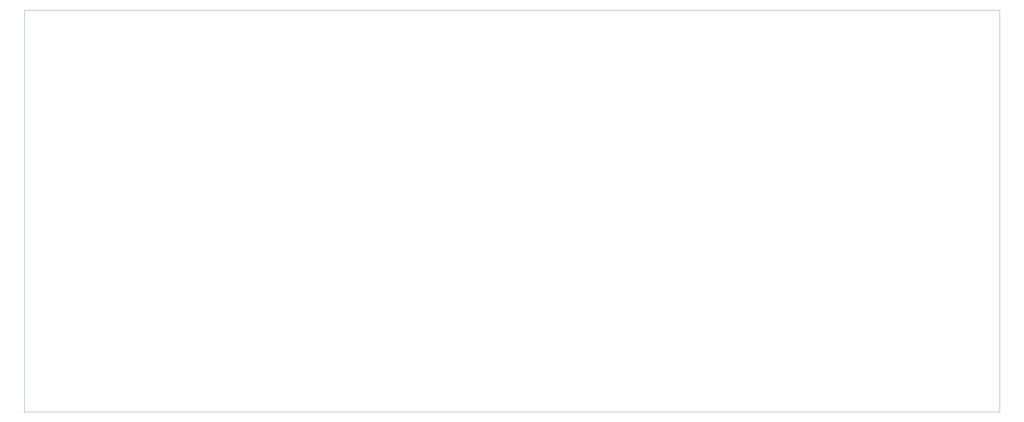
<source format=gbr>
G04 #@! TF.GenerationSoftware,KiCad,Pcbnew,7.0.2*
G04 #@! TF.CreationDate,2023-11-12T18:32:47-08:00*
G04 #@! TF.ProjectId,nomi_hw,6e6f6d69-5f68-4772-9e6b-696361645f70,rev?*
G04 #@! TF.SameCoordinates,Original*
G04 #@! TF.FileFunction,Profile,NP*
%FSLAX46Y46*%
G04 Gerber Fmt 4.6, Leading zero omitted, Abs format (unit mm)*
G04 Created by KiCad (PCBNEW 7.0.2) date 2023-11-12 18:32:47*
%MOMM*%
%LPD*%
G01*
G04 APERTURE LIST*
G04 #@! TA.AperFunction,Profile*
%ADD10C,0.050000*%
G04 #@! TD*
G04 APERTURE END LIST*
D10*
X39000000Y-22000000D02*
X307080000Y-22000000D01*
X307080000Y-132650000D01*
X39000000Y-132650000D01*
X39000000Y-22000000D01*
M02*

</source>
